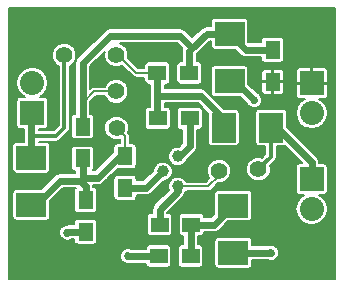
<source format=gtl>
G04 #@! TF.FileFunction,Copper,L1,Top,Signal*
%FSLAX46Y46*%
G04 Gerber Fmt 4.6, Leading zero omitted, Abs format (unit mm)*
G04 Created by KiCad (PCBNEW 4.0.1-stable) date 2/14/2016 8:13:32 PM*
%MOMM*%
G01*
G04 APERTURE LIST*
%ADD10C,0.100000*%
%ADD11R,2.500000X2.000000*%
%ADD12R,2.000000X2.500000*%
%ADD13R,2.032000X2.032000*%
%ADD14O,2.032000X2.032000*%
%ADD15C,1.397000*%
%ADD16C,1.000760*%
%ADD17R,1.300000X1.500000*%
%ADD18R,1.500000X1.300000*%
%ADD19C,0.685800*%
%ADD20C,0.152400*%
%ADD21C,0.609600*%
%ADD22C,0.304800*%
G04 APERTURE END LIST*
D10*
D11*
X140310000Y-112630000D03*
X140310000Y-108630000D03*
X157410000Y-116690000D03*
X157410000Y-112690000D03*
D12*
X160620000Y-106090000D03*
X156620000Y-106090000D03*
D11*
X157110000Y-102140000D03*
X157110000Y-98140000D03*
D13*
X140400000Y-104850000D03*
D14*
X140400000Y-102310000D03*
D13*
X164060000Y-110450000D03*
D14*
X164060000Y-112990000D03*
D13*
X164070000Y-102330000D03*
D14*
X164070000Y-104870000D03*
D15*
X147520000Y-103010000D03*
X147540000Y-106100000D03*
X147520000Y-99930000D03*
X156220000Y-109740000D03*
X159550000Y-109610000D03*
D16*
X151460000Y-109780000D03*
X152730000Y-108510000D03*
X152730000Y-111050000D03*
D17*
X144670000Y-105990000D03*
X144670000Y-108690000D03*
X144930000Y-112210000D03*
X144930000Y-114910000D03*
D18*
X153800000Y-116960000D03*
X151100000Y-116960000D03*
X153690000Y-101460000D03*
X150990000Y-101460000D03*
D17*
X160760000Y-102200000D03*
X160760000Y-99500000D03*
X148260000Y-111190000D03*
X148260000Y-108490000D03*
D18*
X151030000Y-105300000D03*
X153730000Y-105300000D03*
X151180000Y-114290000D03*
X153880000Y-114290000D03*
D15*
X143110000Y-99950000D03*
D19*
X143360000Y-114970000D03*
X160610000Y-116690000D03*
X148520000Y-116970000D03*
X159190000Y-103750000D03*
D20*
X148260000Y-108490000D02*
X148260000Y-106820000D01*
X148260000Y-106820000D02*
X147540000Y-106100000D01*
D21*
X148260000Y-108490000D02*
X147810000Y-108490000D01*
X147810000Y-108490000D02*
X145960000Y-110340000D01*
X145960000Y-110340000D02*
X144670000Y-110340000D01*
X144930000Y-112210000D02*
X144930000Y-111040000D01*
X144930000Y-111040000D02*
X144450000Y-110560000D01*
X140310000Y-112630000D02*
X140700000Y-112630000D01*
X140700000Y-112630000D02*
X142770000Y-110560000D01*
X142770000Y-110560000D02*
X144450000Y-110560000D01*
X144450000Y-110560000D02*
X144670000Y-110340000D01*
X144670000Y-110340000D02*
X144670000Y-108690000D01*
D22*
X143110000Y-99950000D02*
X143110000Y-106090000D01*
X142410000Y-106790000D02*
X140310000Y-106790000D01*
X143110000Y-106090000D02*
X142410000Y-106790000D01*
D21*
X140310000Y-108630000D02*
X140310000Y-106790000D01*
X140310000Y-106790000D02*
X140310000Y-104940000D01*
X140310000Y-104940000D02*
X140400000Y-104850000D01*
X143420000Y-114910000D02*
X143360000Y-114970000D01*
X144930000Y-114910000D02*
X143420000Y-114910000D01*
X157410000Y-116690000D02*
X160610000Y-116690000D01*
X148530000Y-116960000D02*
X148520000Y-116970000D01*
X151100000Y-116960000D02*
X148530000Y-116960000D01*
X157580000Y-102140000D02*
X159190000Y-103750000D01*
X157110000Y-102140000D02*
X157580000Y-102140000D01*
X153880000Y-114290000D02*
X155810000Y-114290000D01*
X155810000Y-114290000D02*
X157410000Y-112690000D01*
X153800000Y-116960000D02*
X153800000Y-114370000D01*
X153800000Y-114370000D02*
X153880000Y-114290000D01*
X160620000Y-106090000D02*
X161200000Y-106090000D01*
D22*
X160490000Y-106220000D02*
X160620000Y-106090000D01*
D21*
X164060000Y-109030000D02*
X164060000Y-110450000D01*
X161120000Y-106090000D02*
X164060000Y-109030000D01*
X160620000Y-106090000D02*
X161120000Y-106090000D01*
D22*
X160620000Y-108540000D02*
X159550000Y-109610000D01*
X160620000Y-106090000D02*
X160620000Y-108540000D01*
D21*
X150990000Y-103400000D02*
X154660000Y-103400000D01*
X154660000Y-103400000D02*
X156620000Y-105360000D01*
X156620000Y-105360000D02*
X156620000Y-106090000D01*
X150990000Y-101460000D02*
X150990000Y-103400000D01*
X150990000Y-103400000D02*
X150990000Y-105260000D01*
X150990000Y-105260000D02*
X151030000Y-105300000D01*
D20*
X147520000Y-99930000D02*
X147690000Y-99930000D01*
X147690000Y-99930000D02*
X149220000Y-101460000D01*
X149220000Y-101460000D02*
X150990000Y-101460000D01*
D21*
X144670000Y-105990000D02*
X144670000Y-100610000D01*
X152940000Y-98310000D02*
X153965000Y-99335000D01*
X146970000Y-98310000D02*
X152940000Y-98310000D01*
X144670000Y-100610000D02*
X146970000Y-98310000D01*
X153690000Y-101460000D02*
X153690000Y-99610000D01*
X153690000Y-99610000D02*
X153965000Y-99335000D01*
X155160000Y-98140000D02*
X157110000Y-98140000D01*
X153965000Y-99335000D02*
X155160000Y-98140000D01*
X160760000Y-99500000D02*
X158470000Y-99500000D01*
X158470000Y-99500000D02*
X157110000Y-98140000D01*
D20*
X147520000Y-103010000D02*
X145640000Y-103010000D01*
X144670000Y-103980000D02*
X144670000Y-105990000D01*
X145640000Y-103010000D02*
X144670000Y-103980000D01*
D21*
X160890000Y-102330000D02*
X160760000Y-102200000D01*
D20*
X152730000Y-111050000D02*
X155310000Y-111050000D01*
X155310000Y-111050000D02*
X156220000Y-110140000D01*
X156220000Y-110140000D02*
X156220000Y-109740000D01*
D21*
X152730000Y-111050000D02*
X152730000Y-111470000D01*
X152730000Y-111470000D02*
X151180000Y-113020000D01*
X151180000Y-113020000D02*
X151180000Y-114290000D01*
X148260000Y-111190000D02*
X150050000Y-111190000D01*
X150050000Y-111190000D02*
X151460000Y-109780000D01*
X152730000Y-108510000D02*
X152890000Y-108510000D01*
X152890000Y-108510000D02*
X153730000Y-107670000D01*
X153730000Y-107670000D02*
X153730000Y-105300000D01*
D20*
G36*
X166039800Y-118919800D02*
X138440200Y-118919800D01*
X138440200Y-117103301D01*
X147846783Y-117103301D01*
X147949041Y-117350783D01*
X148138222Y-117540294D01*
X148385525Y-117642983D01*
X148653301Y-117643217D01*
X148769994Y-117595000D01*
X150013331Y-117595000D01*
X150013331Y-117610000D01*
X150036356Y-117732365D01*
X150108673Y-117844749D01*
X150219017Y-117920144D01*
X150350000Y-117946669D01*
X151850000Y-117946669D01*
X151972365Y-117923644D01*
X152084749Y-117851327D01*
X152160144Y-117740983D01*
X152186669Y-117610000D01*
X152186669Y-116310000D01*
X152713331Y-116310000D01*
X152713331Y-117610000D01*
X152736356Y-117732365D01*
X152808673Y-117844749D01*
X152919017Y-117920144D01*
X153050000Y-117946669D01*
X154550000Y-117946669D01*
X154672365Y-117923644D01*
X154784749Y-117851327D01*
X154860144Y-117740983D01*
X154886669Y-117610000D01*
X154886669Y-116310000D01*
X154863644Y-116187635D01*
X154791327Y-116075251D01*
X154680983Y-115999856D01*
X154550000Y-115973331D01*
X154435000Y-115973331D01*
X154435000Y-115690000D01*
X155823331Y-115690000D01*
X155823331Y-117690000D01*
X155846356Y-117812365D01*
X155918673Y-117924749D01*
X156029017Y-118000144D01*
X156160000Y-118026669D01*
X158660000Y-118026669D01*
X158782365Y-118003644D01*
X158894749Y-117931327D01*
X158970144Y-117820983D01*
X158996669Y-117690000D01*
X158996669Y-117325000D01*
X160384052Y-117325000D01*
X160475525Y-117362983D01*
X160743301Y-117363217D01*
X160990783Y-117260959D01*
X161180294Y-117071778D01*
X161282983Y-116824475D01*
X161283217Y-116556699D01*
X161180959Y-116309217D01*
X160991778Y-116119706D01*
X160744475Y-116017017D01*
X160476699Y-116016783D01*
X160384207Y-116055000D01*
X158996669Y-116055000D01*
X158996669Y-115690000D01*
X158973644Y-115567635D01*
X158901327Y-115455251D01*
X158790983Y-115379856D01*
X158660000Y-115353331D01*
X156160000Y-115353331D01*
X156037635Y-115376356D01*
X155925251Y-115448673D01*
X155849856Y-115559017D01*
X155823331Y-115690000D01*
X154435000Y-115690000D01*
X154435000Y-115276669D01*
X154630000Y-115276669D01*
X154752365Y-115253644D01*
X154864749Y-115181327D01*
X154940144Y-115070983D01*
X154966669Y-114940000D01*
X154966669Y-114925000D01*
X155810000Y-114925000D01*
X156053004Y-114876664D01*
X156259013Y-114739013D01*
X156971357Y-114026669D01*
X158660000Y-114026669D01*
X158782365Y-114003644D01*
X158894749Y-113931327D01*
X158970144Y-113820983D01*
X158996669Y-113690000D01*
X158996669Y-111690000D01*
X158973644Y-111567635D01*
X158901327Y-111455251D01*
X158790983Y-111379856D01*
X158660000Y-111353331D01*
X156160000Y-111353331D01*
X156037635Y-111376356D01*
X155925251Y-111448673D01*
X155849856Y-111559017D01*
X155823331Y-111690000D01*
X155823331Y-113378643D01*
X155546974Y-113655000D01*
X154966669Y-113655000D01*
X154966669Y-113640000D01*
X154943644Y-113517635D01*
X154871327Y-113405251D01*
X154760983Y-113329856D01*
X154630000Y-113303331D01*
X153130000Y-113303331D01*
X153007635Y-113326356D01*
X152895251Y-113398673D01*
X152819856Y-113509017D01*
X152793331Y-113640000D01*
X152793331Y-114940000D01*
X152816356Y-115062365D01*
X152888673Y-115174749D01*
X152999017Y-115250144D01*
X153130000Y-115276669D01*
X153165000Y-115276669D01*
X153165000Y-115973331D01*
X153050000Y-115973331D01*
X152927635Y-115996356D01*
X152815251Y-116068673D01*
X152739856Y-116179017D01*
X152713331Y-116310000D01*
X152186669Y-116310000D01*
X152163644Y-116187635D01*
X152091327Y-116075251D01*
X151980983Y-115999856D01*
X151850000Y-115973331D01*
X150350000Y-115973331D01*
X150227635Y-115996356D01*
X150115251Y-116068673D01*
X150039856Y-116179017D01*
X150013331Y-116310000D01*
X150013331Y-116325000D01*
X148721866Y-116325000D01*
X148654475Y-116297017D01*
X148386699Y-116296783D01*
X148139217Y-116399041D01*
X147949706Y-116588222D01*
X147847017Y-116835525D01*
X147846783Y-117103301D01*
X138440200Y-117103301D01*
X138440200Y-115103301D01*
X142686783Y-115103301D01*
X142789041Y-115350783D01*
X142978222Y-115540294D01*
X143225525Y-115642983D01*
X143493301Y-115643217D01*
X143731003Y-115545000D01*
X143943331Y-115545000D01*
X143943331Y-115660000D01*
X143966356Y-115782365D01*
X144038673Y-115894749D01*
X144149017Y-115970144D01*
X144280000Y-115996669D01*
X145580000Y-115996669D01*
X145702365Y-115973644D01*
X145814749Y-115901327D01*
X145890144Y-115790983D01*
X145916669Y-115660000D01*
X145916669Y-114160000D01*
X145893644Y-114037635D01*
X145821327Y-113925251D01*
X145710983Y-113849856D01*
X145580000Y-113823331D01*
X144280000Y-113823331D01*
X144157635Y-113846356D01*
X144045251Y-113918673D01*
X143969856Y-114029017D01*
X143943331Y-114160000D01*
X143943331Y-114275000D01*
X143420000Y-114275000D01*
X143310122Y-114296856D01*
X143226699Y-114296783D01*
X142979217Y-114399041D01*
X142789706Y-114588222D01*
X142687017Y-114835525D01*
X142686783Y-115103301D01*
X138440200Y-115103301D01*
X138440200Y-111630000D01*
X138723331Y-111630000D01*
X138723331Y-113630000D01*
X138746356Y-113752365D01*
X138818673Y-113864749D01*
X138929017Y-113940144D01*
X139060000Y-113966669D01*
X141560000Y-113966669D01*
X141682365Y-113943644D01*
X141794749Y-113871327D01*
X141870144Y-113760983D01*
X141894643Y-113640000D01*
X150093331Y-113640000D01*
X150093331Y-114940000D01*
X150116356Y-115062365D01*
X150188673Y-115174749D01*
X150299017Y-115250144D01*
X150430000Y-115276669D01*
X151930000Y-115276669D01*
X152052365Y-115253644D01*
X152164749Y-115181327D01*
X152240144Y-115070983D01*
X152266669Y-114940000D01*
X152266669Y-113640000D01*
X152243644Y-113517635D01*
X152171327Y-113405251D01*
X152060983Y-113329856D01*
X151930000Y-113303331D01*
X151815000Y-113303331D01*
X151815000Y-113283026D01*
X153179013Y-111919013D01*
X153316664Y-111713004D01*
X153335291Y-111619358D01*
X153433721Y-111521100D01*
X153460587Y-111456400D01*
X155310000Y-111456400D01*
X155465523Y-111425465D01*
X155597368Y-111337368D01*
X156166083Y-110768653D01*
X156423723Y-110768878D01*
X156801950Y-110612598D01*
X157091581Y-110323472D01*
X157248521Y-109945519D01*
X157248635Y-109813723D01*
X158521122Y-109813723D01*
X158677402Y-110191950D01*
X158966528Y-110481581D01*
X159344481Y-110638521D01*
X159753723Y-110638878D01*
X160131950Y-110482598D01*
X160421581Y-110193472D01*
X160578521Y-109815519D01*
X160578878Y-109406277D01*
X160537168Y-109305331D01*
X160961247Y-108881252D01*
X160961250Y-108881250D01*
X161065864Y-108724683D01*
X161102601Y-108540000D01*
X161102600Y-108539995D01*
X161102600Y-107676669D01*
X161620000Y-107676669D01*
X161742365Y-107653644D01*
X161768683Y-107636709D01*
X163229305Y-109097331D01*
X163044000Y-109097331D01*
X162921635Y-109120356D01*
X162809251Y-109192673D01*
X162733856Y-109303017D01*
X162707331Y-109434000D01*
X162707331Y-111466000D01*
X162730356Y-111588365D01*
X162802673Y-111700749D01*
X162913017Y-111776144D01*
X163044000Y-111802669D01*
X163434056Y-111802669D01*
X163081719Y-112038093D01*
X162789899Y-112474832D01*
X162687426Y-112990000D01*
X162789899Y-113505168D01*
X163081719Y-113941907D01*
X163518458Y-114233727D01*
X164033626Y-114336200D01*
X164086374Y-114336200D01*
X164601542Y-114233727D01*
X165038281Y-113941907D01*
X165330101Y-113505168D01*
X165432574Y-112990000D01*
X165330101Y-112474832D01*
X165038281Y-112038093D01*
X164685944Y-111802669D01*
X165076000Y-111802669D01*
X165198365Y-111779644D01*
X165310749Y-111707327D01*
X165386144Y-111596983D01*
X165412669Y-111466000D01*
X165412669Y-109434000D01*
X165389644Y-109311635D01*
X165317327Y-109199251D01*
X165206983Y-109123856D01*
X165076000Y-109097331D01*
X164695000Y-109097331D01*
X164695000Y-109030000D01*
X164646664Y-108786996D01*
X164509013Y-108580987D01*
X161956669Y-106028643D01*
X161956669Y-104870000D01*
X162697426Y-104870000D01*
X162799899Y-105385168D01*
X163091719Y-105821907D01*
X163528458Y-106113727D01*
X164043626Y-106216200D01*
X164096374Y-106216200D01*
X164611542Y-106113727D01*
X165048281Y-105821907D01*
X165340101Y-105385168D01*
X165442574Y-104870000D01*
X165340101Y-104354832D01*
X165048281Y-103918093D01*
X164686263Y-103676200D01*
X165151681Y-103676200D01*
X165273043Y-103625930D01*
X165365930Y-103533043D01*
X165416200Y-103411681D01*
X165416200Y-102463350D01*
X165333650Y-102380800D01*
X164120800Y-102380800D01*
X164120800Y-102400800D01*
X164019200Y-102400800D01*
X164019200Y-102380800D01*
X162806350Y-102380800D01*
X162723800Y-102463350D01*
X162723800Y-103411681D01*
X162774070Y-103533043D01*
X162866957Y-103625930D01*
X162988319Y-103676200D01*
X163453737Y-103676200D01*
X163091719Y-103918093D01*
X162799899Y-104354832D01*
X162697426Y-104870000D01*
X161956669Y-104870000D01*
X161956669Y-104840000D01*
X161933644Y-104717635D01*
X161861327Y-104605251D01*
X161750983Y-104529856D01*
X161620000Y-104503331D01*
X159620000Y-104503331D01*
X159497635Y-104526356D01*
X159385251Y-104598673D01*
X159309856Y-104709017D01*
X159283331Y-104840000D01*
X159283331Y-107340000D01*
X159306356Y-107462365D01*
X159378673Y-107574749D01*
X159489017Y-107650144D01*
X159620000Y-107676669D01*
X160137400Y-107676669D01*
X160137400Y-108340101D01*
X159854798Y-108622703D01*
X159755519Y-108581479D01*
X159346277Y-108581122D01*
X158968050Y-108737402D01*
X158678419Y-109026528D01*
X158521479Y-109404481D01*
X158521122Y-109813723D01*
X157248635Y-109813723D01*
X157248878Y-109536277D01*
X157092598Y-109158050D01*
X156803472Y-108868419D01*
X156425519Y-108711479D01*
X156016277Y-108711122D01*
X155638050Y-108867402D01*
X155348419Y-109156528D01*
X155191479Y-109534481D01*
X155191122Y-109943723D01*
X155347402Y-110321950D01*
X155405307Y-110379957D01*
X155141664Y-110643600D01*
X153460768Y-110643600D01*
X153434542Y-110580129D01*
X153201100Y-110346279D01*
X152895937Y-110219565D01*
X152565512Y-110219276D01*
X152260129Y-110345458D01*
X152026279Y-110578900D01*
X151899565Y-110884063D01*
X151899276Y-111214488D01*
X151954305Y-111347669D01*
X150730987Y-112570987D01*
X150593336Y-112776996D01*
X150545000Y-113020000D01*
X150545000Y-113303331D01*
X150430000Y-113303331D01*
X150307635Y-113326356D01*
X150195251Y-113398673D01*
X150119856Y-113509017D01*
X150093331Y-113640000D01*
X141894643Y-113640000D01*
X141896669Y-113630000D01*
X141896669Y-112331357D01*
X143033026Y-111195000D01*
X144082040Y-111195000D01*
X144045251Y-111218673D01*
X143969856Y-111329017D01*
X143943331Y-111460000D01*
X143943331Y-112960000D01*
X143966356Y-113082365D01*
X144038673Y-113194749D01*
X144149017Y-113270144D01*
X144280000Y-113296669D01*
X145580000Y-113296669D01*
X145702365Y-113273644D01*
X145814749Y-113201327D01*
X145890144Y-113090983D01*
X145916669Y-112960000D01*
X145916669Y-111460000D01*
X145893644Y-111337635D01*
X145821327Y-111225251D01*
X145710983Y-111149856D01*
X145580000Y-111123331D01*
X145565000Y-111123331D01*
X145565000Y-111040005D01*
X145565001Y-111040000D01*
X145552072Y-110975000D01*
X145960000Y-110975000D01*
X146203004Y-110926664D01*
X146409013Y-110789013D01*
X146758026Y-110440000D01*
X147273331Y-110440000D01*
X147273331Y-111940000D01*
X147296356Y-112062365D01*
X147368673Y-112174749D01*
X147479017Y-112250144D01*
X147610000Y-112276669D01*
X148910000Y-112276669D01*
X149032365Y-112253644D01*
X149144749Y-112181327D01*
X149220144Y-112070983D01*
X149246669Y-111940000D01*
X149246669Y-111825000D01*
X150050000Y-111825000D01*
X150293004Y-111776664D01*
X150499013Y-111639013D01*
X151527387Y-110610639D01*
X151624488Y-110610724D01*
X151929871Y-110484542D01*
X152163721Y-110251100D01*
X152290435Y-109945937D01*
X152290724Y-109615512D01*
X152164542Y-109310129D01*
X151931100Y-109076279D01*
X151625937Y-108949565D01*
X151295512Y-108949276D01*
X150990129Y-109075458D01*
X150756279Y-109308900D01*
X150629565Y-109614063D01*
X150629479Y-109712495D01*
X149786974Y-110555000D01*
X149246669Y-110555000D01*
X149246669Y-110440000D01*
X149223644Y-110317635D01*
X149151327Y-110205251D01*
X149040983Y-110129856D01*
X148910000Y-110103331D01*
X147610000Y-110103331D01*
X147487635Y-110126356D01*
X147375251Y-110198673D01*
X147299856Y-110309017D01*
X147273331Y-110440000D01*
X146758026Y-110440000D01*
X147621357Y-109576669D01*
X148910000Y-109576669D01*
X149032365Y-109553644D01*
X149144749Y-109481327D01*
X149220144Y-109370983D01*
X149246669Y-109240000D01*
X149246669Y-108674488D01*
X151899276Y-108674488D01*
X152025458Y-108979871D01*
X152258900Y-109213721D01*
X152564063Y-109340435D01*
X152894488Y-109340724D01*
X153199871Y-109214542D01*
X153433721Y-108981100D01*
X153516655Y-108781371D01*
X154179013Y-108119013D01*
X154316664Y-107913005D01*
X154365000Y-107670000D01*
X154365000Y-106286669D01*
X154480000Y-106286669D01*
X154602365Y-106263644D01*
X154714749Y-106191327D01*
X154790144Y-106080983D01*
X154816669Y-105950000D01*
X154816669Y-104650000D01*
X154793644Y-104527635D01*
X154721327Y-104415251D01*
X154610983Y-104339856D01*
X154480000Y-104313331D01*
X152980000Y-104313331D01*
X152857635Y-104336356D01*
X152745251Y-104408673D01*
X152669856Y-104519017D01*
X152643331Y-104650000D01*
X152643331Y-105950000D01*
X152666356Y-106072365D01*
X152738673Y-106184749D01*
X152849017Y-106260144D01*
X152980000Y-106286669D01*
X153095000Y-106286669D01*
X153095000Y-107406974D01*
X152822473Y-107679501D01*
X152565512Y-107679276D01*
X152260129Y-107805458D01*
X152026279Y-108038900D01*
X151899565Y-108344063D01*
X151899276Y-108674488D01*
X149246669Y-108674488D01*
X149246669Y-107740000D01*
X149223644Y-107617635D01*
X149151327Y-107505251D01*
X149040983Y-107429856D01*
X148910000Y-107403331D01*
X148666400Y-107403331D01*
X148666400Y-106820000D01*
X148635465Y-106664477D01*
X148547368Y-106532632D01*
X148495679Y-106480943D01*
X148568521Y-106305519D01*
X148568878Y-105896277D01*
X148412598Y-105518050D01*
X148123472Y-105228419D01*
X147745519Y-105071479D01*
X147336277Y-105071122D01*
X146958050Y-105227402D01*
X146668419Y-105516528D01*
X146511479Y-105894481D01*
X146511122Y-106303723D01*
X146667402Y-106681950D01*
X146956528Y-106971581D01*
X147334481Y-107128521D01*
X147743723Y-107128878D01*
X147853600Y-107083478D01*
X147853600Y-107403331D01*
X147610000Y-107403331D01*
X147487635Y-107426356D01*
X147375251Y-107498673D01*
X147299856Y-107609017D01*
X147273331Y-107740000D01*
X147273331Y-108128643D01*
X145696974Y-109705000D01*
X145517960Y-109705000D01*
X145554749Y-109681327D01*
X145630144Y-109570983D01*
X145656669Y-109440000D01*
X145656669Y-107940000D01*
X145633644Y-107817635D01*
X145561327Y-107705251D01*
X145450983Y-107629856D01*
X145320000Y-107603331D01*
X144020000Y-107603331D01*
X143897635Y-107626356D01*
X143785251Y-107698673D01*
X143709856Y-107809017D01*
X143683331Y-107940000D01*
X143683331Y-109440000D01*
X143706356Y-109562365D01*
X143778673Y-109674749D01*
X143889017Y-109750144D01*
X144020000Y-109776669D01*
X144035000Y-109776669D01*
X144035000Y-109925000D01*
X142770000Y-109925000D01*
X142526996Y-109973336D01*
X142320987Y-110110987D01*
X141138643Y-111293331D01*
X139060000Y-111293331D01*
X138937635Y-111316356D01*
X138825251Y-111388673D01*
X138749856Y-111499017D01*
X138723331Y-111630000D01*
X138440200Y-111630000D01*
X138440200Y-107630000D01*
X138723331Y-107630000D01*
X138723331Y-109630000D01*
X138746356Y-109752365D01*
X138818673Y-109864749D01*
X138929017Y-109940144D01*
X139060000Y-109966669D01*
X141560000Y-109966669D01*
X141682365Y-109943644D01*
X141794749Y-109871327D01*
X141870144Y-109760983D01*
X141896669Y-109630000D01*
X141896669Y-107630000D01*
X141873644Y-107507635D01*
X141801327Y-107395251D01*
X141690983Y-107319856D01*
X141560000Y-107293331D01*
X140945000Y-107293331D01*
X140945000Y-107272600D01*
X142410000Y-107272600D01*
X142594683Y-107235864D01*
X142751250Y-107131250D01*
X143451247Y-106431252D01*
X143451250Y-106431250D01*
X143555864Y-106274683D01*
X143592600Y-106090000D01*
X143592600Y-105240000D01*
X143683331Y-105240000D01*
X143683331Y-106740000D01*
X143706356Y-106862365D01*
X143778673Y-106974749D01*
X143889017Y-107050144D01*
X144020000Y-107076669D01*
X145320000Y-107076669D01*
X145442365Y-107053644D01*
X145554749Y-106981327D01*
X145630144Y-106870983D01*
X145656669Y-106740000D01*
X145656669Y-105240000D01*
X145633644Y-105117635D01*
X145561327Y-105005251D01*
X145450983Y-104929856D01*
X145320000Y-104903331D01*
X145305000Y-104903331D01*
X145305000Y-103919736D01*
X145808336Y-103416400D01*
X146574866Y-103416400D01*
X146647402Y-103591950D01*
X146936528Y-103881581D01*
X147314481Y-104038521D01*
X147723723Y-104038878D01*
X148101950Y-103882598D01*
X148391581Y-103593472D01*
X148548521Y-103215519D01*
X148548878Y-102806277D01*
X148392598Y-102428050D01*
X148103472Y-102138419D01*
X147725519Y-101981479D01*
X147316277Y-101981122D01*
X146938050Y-102137402D01*
X146648419Y-102426528D01*
X146574892Y-102603600D01*
X145640000Y-102603600D01*
X145484477Y-102634535D01*
X145352632Y-102722632D01*
X145305000Y-102770264D01*
X145305000Y-100873026D01*
X146518416Y-99659610D01*
X146491479Y-99724481D01*
X146491122Y-100133723D01*
X146647402Y-100511950D01*
X146936528Y-100801581D01*
X147314481Y-100958521D01*
X147723723Y-100958878D01*
X148021219Y-100835955D01*
X148932632Y-101747368D01*
X149064477Y-101835465D01*
X149220000Y-101866400D01*
X149903331Y-101866400D01*
X149903331Y-102110000D01*
X149926356Y-102232365D01*
X149998673Y-102344749D01*
X150109017Y-102420144D01*
X150240000Y-102446669D01*
X150355000Y-102446669D01*
X150355000Y-104313331D01*
X150280000Y-104313331D01*
X150157635Y-104336356D01*
X150045251Y-104408673D01*
X149969856Y-104519017D01*
X149943331Y-104650000D01*
X149943331Y-105950000D01*
X149966356Y-106072365D01*
X150038673Y-106184749D01*
X150149017Y-106260144D01*
X150280000Y-106286669D01*
X151780000Y-106286669D01*
X151902365Y-106263644D01*
X152014749Y-106191327D01*
X152090144Y-106080983D01*
X152116669Y-105950000D01*
X152116669Y-104650000D01*
X152093644Y-104527635D01*
X152021327Y-104415251D01*
X151910983Y-104339856D01*
X151780000Y-104313331D01*
X151625000Y-104313331D01*
X151625000Y-104035000D01*
X154396974Y-104035000D01*
X155283331Y-104921357D01*
X155283331Y-107340000D01*
X155306356Y-107462365D01*
X155378673Y-107574749D01*
X155489017Y-107650144D01*
X155620000Y-107676669D01*
X157620000Y-107676669D01*
X157742365Y-107653644D01*
X157854749Y-107581327D01*
X157930144Y-107470983D01*
X157956669Y-107340000D01*
X157956669Y-104840000D01*
X157933644Y-104717635D01*
X157861327Y-104605251D01*
X157750983Y-104529856D01*
X157620000Y-104503331D01*
X156661357Y-104503331D01*
X155109013Y-102950987D01*
X154903004Y-102813336D01*
X154660000Y-102765000D01*
X151625000Y-102765000D01*
X151625000Y-102446669D01*
X151740000Y-102446669D01*
X151862365Y-102423644D01*
X151974749Y-102351327D01*
X152050144Y-102240983D01*
X152076669Y-102110000D01*
X152076669Y-100810000D01*
X152053644Y-100687635D01*
X151981327Y-100575251D01*
X151870983Y-100499856D01*
X151740000Y-100473331D01*
X150240000Y-100473331D01*
X150117635Y-100496356D01*
X150005251Y-100568673D01*
X149929856Y-100679017D01*
X149903331Y-100810000D01*
X149903331Y-101053600D01*
X149388336Y-101053600D01*
X148525557Y-100190821D01*
X148548521Y-100135519D01*
X148548878Y-99726277D01*
X148392598Y-99348050D01*
X148103472Y-99058419D01*
X147830329Y-98945000D01*
X152676974Y-98945000D01*
X153102612Y-99370638D01*
X153055000Y-99610000D01*
X153055000Y-100473331D01*
X152940000Y-100473331D01*
X152817635Y-100496356D01*
X152705251Y-100568673D01*
X152629856Y-100679017D01*
X152603331Y-100810000D01*
X152603331Y-102110000D01*
X152626356Y-102232365D01*
X152698673Y-102344749D01*
X152809017Y-102420144D01*
X152940000Y-102446669D01*
X154440000Y-102446669D01*
X154562365Y-102423644D01*
X154674749Y-102351327D01*
X154750144Y-102240983D01*
X154776669Y-102110000D01*
X154776669Y-101140000D01*
X155523331Y-101140000D01*
X155523331Y-103140000D01*
X155546356Y-103262365D01*
X155618673Y-103374749D01*
X155729017Y-103450144D01*
X155860000Y-103476669D01*
X158018643Y-103476669D01*
X158581217Y-104039243D01*
X158619041Y-104130783D01*
X158808222Y-104320294D01*
X159055525Y-104422983D01*
X159323301Y-104423217D01*
X159570783Y-104320959D01*
X159760294Y-104131778D01*
X159862983Y-103884475D01*
X159863217Y-103616699D01*
X159760959Y-103369217D01*
X159571778Y-103179706D01*
X159479354Y-103141328D01*
X158696669Y-102358643D01*
X158696669Y-102333350D01*
X159779800Y-102333350D01*
X159779800Y-103015681D01*
X159830070Y-103137043D01*
X159922957Y-103229930D01*
X160044319Y-103280200D01*
X160626650Y-103280200D01*
X160709200Y-103197650D01*
X160709200Y-102250800D01*
X160810800Y-102250800D01*
X160810800Y-103197650D01*
X160893350Y-103280200D01*
X161475681Y-103280200D01*
X161597043Y-103229930D01*
X161689930Y-103137043D01*
X161740200Y-103015681D01*
X161740200Y-102333350D01*
X161657650Y-102250800D01*
X160810800Y-102250800D01*
X160709200Y-102250800D01*
X159862350Y-102250800D01*
X159779800Y-102333350D01*
X158696669Y-102333350D01*
X158696669Y-101384319D01*
X159779800Y-101384319D01*
X159779800Y-102066650D01*
X159862350Y-102149200D01*
X160709200Y-102149200D01*
X160709200Y-101202350D01*
X160810800Y-101202350D01*
X160810800Y-102149200D01*
X161657650Y-102149200D01*
X161740200Y-102066650D01*
X161740200Y-101384319D01*
X161689930Y-101262957D01*
X161675292Y-101248319D01*
X162723800Y-101248319D01*
X162723800Y-102196650D01*
X162806350Y-102279200D01*
X164019200Y-102279200D01*
X164019200Y-101066350D01*
X164120800Y-101066350D01*
X164120800Y-102279200D01*
X165333650Y-102279200D01*
X165416200Y-102196650D01*
X165416200Y-101248319D01*
X165365930Y-101126957D01*
X165273043Y-101034070D01*
X165151681Y-100983800D01*
X164203350Y-100983800D01*
X164120800Y-101066350D01*
X164019200Y-101066350D01*
X163936650Y-100983800D01*
X162988319Y-100983800D01*
X162866957Y-101034070D01*
X162774070Y-101126957D01*
X162723800Y-101248319D01*
X161675292Y-101248319D01*
X161597043Y-101170070D01*
X161475681Y-101119800D01*
X160893350Y-101119800D01*
X160810800Y-101202350D01*
X160709200Y-101202350D01*
X160626650Y-101119800D01*
X160044319Y-101119800D01*
X159922957Y-101170070D01*
X159830070Y-101262957D01*
X159779800Y-101384319D01*
X158696669Y-101384319D01*
X158696669Y-101140000D01*
X158673644Y-101017635D01*
X158601327Y-100905251D01*
X158490983Y-100829856D01*
X158360000Y-100803331D01*
X155860000Y-100803331D01*
X155737635Y-100826356D01*
X155625251Y-100898673D01*
X155549856Y-101009017D01*
X155523331Y-101140000D01*
X154776669Y-101140000D01*
X154776669Y-100810000D01*
X154753644Y-100687635D01*
X154681327Y-100575251D01*
X154570983Y-100499856D01*
X154440000Y-100473331D01*
X154325000Y-100473331D01*
X154325000Y-99873026D01*
X155423026Y-98775000D01*
X155523331Y-98775000D01*
X155523331Y-99140000D01*
X155546356Y-99262365D01*
X155618673Y-99374749D01*
X155729017Y-99450144D01*
X155860000Y-99476669D01*
X157548644Y-99476669D01*
X158020985Y-99949010D01*
X158020987Y-99949013D01*
X158132219Y-100023336D01*
X158226995Y-100086664D01*
X158470000Y-100135000D01*
X159773331Y-100135000D01*
X159773331Y-100250000D01*
X159796356Y-100372365D01*
X159868673Y-100484749D01*
X159979017Y-100560144D01*
X160110000Y-100586669D01*
X161410000Y-100586669D01*
X161532365Y-100563644D01*
X161644749Y-100491327D01*
X161720144Y-100380983D01*
X161746669Y-100250000D01*
X161746669Y-98750000D01*
X161723644Y-98627635D01*
X161651327Y-98515251D01*
X161540983Y-98439856D01*
X161410000Y-98413331D01*
X160110000Y-98413331D01*
X159987635Y-98436356D01*
X159875251Y-98508673D01*
X159799856Y-98619017D01*
X159773331Y-98750000D01*
X159773331Y-98865000D01*
X158733025Y-98865000D01*
X158696669Y-98828644D01*
X158696669Y-97140000D01*
X158673644Y-97017635D01*
X158601327Y-96905251D01*
X158490983Y-96829856D01*
X158360000Y-96803331D01*
X155860000Y-96803331D01*
X155737635Y-96826356D01*
X155625251Y-96898673D01*
X155549856Y-97009017D01*
X155523331Y-97140000D01*
X155523331Y-97505000D01*
X155160000Y-97505000D01*
X154916996Y-97553336D01*
X154710987Y-97690987D01*
X153965000Y-98436974D01*
X153389013Y-97860987D01*
X153183004Y-97723336D01*
X152940000Y-97675000D01*
X146970000Y-97675000D01*
X146726996Y-97723336D01*
X146520987Y-97860987D01*
X144220987Y-100160987D01*
X144083336Y-100366996D01*
X144035000Y-100610000D01*
X144035000Y-104903331D01*
X144020000Y-104903331D01*
X143897635Y-104926356D01*
X143785251Y-104998673D01*
X143709856Y-105109017D01*
X143683331Y-105240000D01*
X143592600Y-105240000D01*
X143592600Y-100863649D01*
X143691950Y-100822598D01*
X143981581Y-100533472D01*
X144138521Y-100155519D01*
X144138878Y-99746277D01*
X143982598Y-99368050D01*
X143693472Y-99078419D01*
X143315519Y-98921479D01*
X142906277Y-98921122D01*
X142528050Y-99077402D01*
X142238419Y-99366528D01*
X142081479Y-99744481D01*
X142081122Y-100153723D01*
X142237402Y-100531950D01*
X142526528Y-100821581D01*
X142627400Y-100863467D01*
X142627400Y-105890101D01*
X142210100Y-106307400D01*
X140945000Y-106307400D01*
X140945000Y-106202669D01*
X141416000Y-106202669D01*
X141538365Y-106179644D01*
X141650749Y-106107327D01*
X141726144Y-105996983D01*
X141752669Y-105866000D01*
X141752669Y-103834000D01*
X141729644Y-103711635D01*
X141657327Y-103599251D01*
X141546983Y-103523856D01*
X141416000Y-103497331D01*
X141025944Y-103497331D01*
X141378281Y-103261907D01*
X141670101Y-102825168D01*
X141772574Y-102310000D01*
X141670101Y-101794832D01*
X141378281Y-101358093D01*
X140941542Y-101066273D01*
X140426374Y-100963800D01*
X140373626Y-100963800D01*
X139858458Y-101066273D01*
X139421719Y-101358093D01*
X139129899Y-101794832D01*
X139027426Y-102310000D01*
X139129899Y-102825168D01*
X139421719Y-103261907D01*
X139774056Y-103497331D01*
X139384000Y-103497331D01*
X139261635Y-103520356D01*
X139149251Y-103592673D01*
X139073856Y-103703017D01*
X139047331Y-103834000D01*
X139047331Y-105866000D01*
X139070356Y-105988365D01*
X139142673Y-106100749D01*
X139253017Y-106176144D01*
X139384000Y-106202669D01*
X139675000Y-106202669D01*
X139675000Y-107293331D01*
X139060000Y-107293331D01*
X138937635Y-107316356D01*
X138825251Y-107388673D01*
X138749856Y-107499017D01*
X138723331Y-107630000D01*
X138440200Y-107630000D01*
X138440200Y-95950200D01*
X166039800Y-95950200D01*
X166039800Y-118919800D01*
X166039800Y-118919800D01*
G37*
X166039800Y-118919800D02*
X138440200Y-118919800D01*
X138440200Y-117103301D01*
X147846783Y-117103301D01*
X147949041Y-117350783D01*
X148138222Y-117540294D01*
X148385525Y-117642983D01*
X148653301Y-117643217D01*
X148769994Y-117595000D01*
X150013331Y-117595000D01*
X150013331Y-117610000D01*
X150036356Y-117732365D01*
X150108673Y-117844749D01*
X150219017Y-117920144D01*
X150350000Y-117946669D01*
X151850000Y-117946669D01*
X151972365Y-117923644D01*
X152084749Y-117851327D01*
X152160144Y-117740983D01*
X152186669Y-117610000D01*
X152186669Y-116310000D01*
X152713331Y-116310000D01*
X152713331Y-117610000D01*
X152736356Y-117732365D01*
X152808673Y-117844749D01*
X152919017Y-117920144D01*
X153050000Y-117946669D01*
X154550000Y-117946669D01*
X154672365Y-117923644D01*
X154784749Y-117851327D01*
X154860144Y-117740983D01*
X154886669Y-117610000D01*
X154886669Y-116310000D01*
X154863644Y-116187635D01*
X154791327Y-116075251D01*
X154680983Y-115999856D01*
X154550000Y-115973331D01*
X154435000Y-115973331D01*
X154435000Y-115690000D01*
X155823331Y-115690000D01*
X155823331Y-117690000D01*
X155846356Y-117812365D01*
X155918673Y-117924749D01*
X156029017Y-118000144D01*
X156160000Y-118026669D01*
X158660000Y-118026669D01*
X158782365Y-118003644D01*
X158894749Y-117931327D01*
X158970144Y-117820983D01*
X158996669Y-117690000D01*
X158996669Y-117325000D01*
X160384052Y-117325000D01*
X160475525Y-117362983D01*
X160743301Y-117363217D01*
X160990783Y-117260959D01*
X161180294Y-117071778D01*
X161282983Y-116824475D01*
X161283217Y-116556699D01*
X161180959Y-116309217D01*
X160991778Y-116119706D01*
X160744475Y-116017017D01*
X160476699Y-116016783D01*
X160384207Y-116055000D01*
X158996669Y-116055000D01*
X158996669Y-115690000D01*
X158973644Y-115567635D01*
X158901327Y-115455251D01*
X158790983Y-115379856D01*
X158660000Y-115353331D01*
X156160000Y-115353331D01*
X156037635Y-115376356D01*
X155925251Y-115448673D01*
X155849856Y-115559017D01*
X155823331Y-115690000D01*
X154435000Y-115690000D01*
X154435000Y-115276669D01*
X154630000Y-115276669D01*
X154752365Y-115253644D01*
X154864749Y-115181327D01*
X154940144Y-115070983D01*
X154966669Y-114940000D01*
X154966669Y-114925000D01*
X155810000Y-114925000D01*
X156053004Y-114876664D01*
X156259013Y-114739013D01*
X156971357Y-114026669D01*
X158660000Y-114026669D01*
X158782365Y-114003644D01*
X158894749Y-113931327D01*
X158970144Y-113820983D01*
X158996669Y-113690000D01*
X158996669Y-111690000D01*
X158973644Y-111567635D01*
X158901327Y-111455251D01*
X158790983Y-111379856D01*
X158660000Y-111353331D01*
X156160000Y-111353331D01*
X156037635Y-111376356D01*
X155925251Y-111448673D01*
X155849856Y-111559017D01*
X155823331Y-111690000D01*
X155823331Y-113378643D01*
X155546974Y-113655000D01*
X154966669Y-113655000D01*
X154966669Y-113640000D01*
X154943644Y-113517635D01*
X154871327Y-113405251D01*
X154760983Y-113329856D01*
X154630000Y-113303331D01*
X153130000Y-113303331D01*
X153007635Y-113326356D01*
X152895251Y-113398673D01*
X152819856Y-113509017D01*
X152793331Y-113640000D01*
X152793331Y-114940000D01*
X152816356Y-115062365D01*
X152888673Y-115174749D01*
X152999017Y-115250144D01*
X153130000Y-115276669D01*
X153165000Y-115276669D01*
X153165000Y-115973331D01*
X153050000Y-115973331D01*
X152927635Y-115996356D01*
X152815251Y-116068673D01*
X152739856Y-116179017D01*
X152713331Y-116310000D01*
X152186669Y-116310000D01*
X152163644Y-116187635D01*
X152091327Y-116075251D01*
X151980983Y-115999856D01*
X151850000Y-115973331D01*
X150350000Y-115973331D01*
X150227635Y-115996356D01*
X150115251Y-116068673D01*
X150039856Y-116179017D01*
X150013331Y-116310000D01*
X150013331Y-116325000D01*
X148721866Y-116325000D01*
X148654475Y-116297017D01*
X148386699Y-116296783D01*
X148139217Y-116399041D01*
X147949706Y-116588222D01*
X147847017Y-116835525D01*
X147846783Y-117103301D01*
X138440200Y-117103301D01*
X138440200Y-115103301D01*
X142686783Y-115103301D01*
X142789041Y-115350783D01*
X142978222Y-115540294D01*
X143225525Y-115642983D01*
X143493301Y-115643217D01*
X143731003Y-115545000D01*
X143943331Y-115545000D01*
X143943331Y-115660000D01*
X143966356Y-115782365D01*
X144038673Y-115894749D01*
X144149017Y-115970144D01*
X144280000Y-115996669D01*
X145580000Y-115996669D01*
X145702365Y-115973644D01*
X145814749Y-115901327D01*
X145890144Y-115790983D01*
X145916669Y-115660000D01*
X145916669Y-114160000D01*
X145893644Y-114037635D01*
X145821327Y-113925251D01*
X145710983Y-113849856D01*
X145580000Y-113823331D01*
X144280000Y-113823331D01*
X144157635Y-113846356D01*
X144045251Y-113918673D01*
X143969856Y-114029017D01*
X143943331Y-114160000D01*
X143943331Y-114275000D01*
X143420000Y-114275000D01*
X143310122Y-114296856D01*
X143226699Y-114296783D01*
X142979217Y-114399041D01*
X142789706Y-114588222D01*
X142687017Y-114835525D01*
X142686783Y-115103301D01*
X138440200Y-115103301D01*
X138440200Y-111630000D01*
X138723331Y-111630000D01*
X138723331Y-113630000D01*
X138746356Y-113752365D01*
X138818673Y-113864749D01*
X138929017Y-113940144D01*
X139060000Y-113966669D01*
X141560000Y-113966669D01*
X141682365Y-113943644D01*
X141794749Y-113871327D01*
X141870144Y-113760983D01*
X141894643Y-113640000D01*
X150093331Y-113640000D01*
X150093331Y-114940000D01*
X150116356Y-115062365D01*
X150188673Y-115174749D01*
X150299017Y-115250144D01*
X150430000Y-115276669D01*
X151930000Y-115276669D01*
X152052365Y-115253644D01*
X152164749Y-115181327D01*
X152240144Y-115070983D01*
X152266669Y-114940000D01*
X152266669Y-113640000D01*
X152243644Y-113517635D01*
X152171327Y-113405251D01*
X152060983Y-113329856D01*
X151930000Y-113303331D01*
X151815000Y-113303331D01*
X151815000Y-113283026D01*
X153179013Y-111919013D01*
X153316664Y-111713004D01*
X153335291Y-111619358D01*
X153433721Y-111521100D01*
X153460587Y-111456400D01*
X155310000Y-111456400D01*
X155465523Y-111425465D01*
X155597368Y-111337368D01*
X156166083Y-110768653D01*
X156423723Y-110768878D01*
X156801950Y-110612598D01*
X157091581Y-110323472D01*
X157248521Y-109945519D01*
X157248635Y-109813723D01*
X158521122Y-109813723D01*
X158677402Y-110191950D01*
X158966528Y-110481581D01*
X159344481Y-110638521D01*
X159753723Y-110638878D01*
X160131950Y-110482598D01*
X160421581Y-110193472D01*
X160578521Y-109815519D01*
X160578878Y-109406277D01*
X160537168Y-109305331D01*
X160961247Y-108881252D01*
X160961250Y-108881250D01*
X161065864Y-108724683D01*
X161102601Y-108540000D01*
X161102600Y-108539995D01*
X161102600Y-107676669D01*
X161620000Y-107676669D01*
X161742365Y-107653644D01*
X161768683Y-107636709D01*
X163229305Y-109097331D01*
X163044000Y-109097331D01*
X162921635Y-109120356D01*
X162809251Y-109192673D01*
X162733856Y-109303017D01*
X162707331Y-109434000D01*
X162707331Y-111466000D01*
X162730356Y-111588365D01*
X162802673Y-111700749D01*
X162913017Y-111776144D01*
X163044000Y-111802669D01*
X163434056Y-111802669D01*
X163081719Y-112038093D01*
X162789899Y-112474832D01*
X162687426Y-112990000D01*
X162789899Y-113505168D01*
X163081719Y-113941907D01*
X163518458Y-114233727D01*
X164033626Y-114336200D01*
X164086374Y-114336200D01*
X164601542Y-114233727D01*
X165038281Y-113941907D01*
X165330101Y-113505168D01*
X165432574Y-112990000D01*
X165330101Y-112474832D01*
X165038281Y-112038093D01*
X164685944Y-111802669D01*
X165076000Y-111802669D01*
X165198365Y-111779644D01*
X165310749Y-111707327D01*
X165386144Y-111596983D01*
X165412669Y-111466000D01*
X165412669Y-109434000D01*
X165389644Y-109311635D01*
X165317327Y-109199251D01*
X165206983Y-109123856D01*
X165076000Y-109097331D01*
X164695000Y-109097331D01*
X164695000Y-109030000D01*
X164646664Y-108786996D01*
X164509013Y-108580987D01*
X161956669Y-106028643D01*
X161956669Y-104870000D01*
X162697426Y-104870000D01*
X162799899Y-105385168D01*
X163091719Y-105821907D01*
X163528458Y-106113727D01*
X164043626Y-106216200D01*
X164096374Y-106216200D01*
X164611542Y-106113727D01*
X165048281Y-105821907D01*
X165340101Y-105385168D01*
X165442574Y-104870000D01*
X165340101Y-104354832D01*
X165048281Y-103918093D01*
X164686263Y-103676200D01*
X165151681Y-103676200D01*
X165273043Y-103625930D01*
X165365930Y-103533043D01*
X165416200Y-103411681D01*
X165416200Y-102463350D01*
X165333650Y-102380800D01*
X164120800Y-102380800D01*
X164120800Y-102400800D01*
X164019200Y-102400800D01*
X164019200Y-102380800D01*
X162806350Y-102380800D01*
X162723800Y-102463350D01*
X162723800Y-103411681D01*
X162774070Y-103533043D01*
X162866957Y-103625930D01*
X162988319Y-103676200D01*
X163453737Y-103676200D01*
X163091719Y-103918093D01*
X162799899Y-104354832D01*
X162697426Y-104870000D01*
X161956669Y-104870000D01*
X161956669Y-104840000D01*
X161933644Y-104717635D01*
X161861327Y-104605251D01*
X161750983Y-104529856D01*
X161620000Y-104503331D01*
X159620000Y-104503331D01*
X159497635Y-104526356D01*
X159385251Y-104598673D01*
X159309856Y-104709017D01*
X159283331Y-104840000D01*
X159283331Y-107340000D01*
X159306356Y-107462365D01*
X159378673Y-107574749D01*
X159489017Y-107650144D01*
X159620000Y-107676669D01*
X160137400Y-107676669D01*
X160137400Y-108340101D01*
X159854798Y-108622703D01*
X159755519Y-108581479D01*
X159346277Y-108581122D01*
X158968050Y-108737402D01*
X158678419Y-109026528D01*
X158521479Y-109404481D01*
X158521122Y-109813723D01*
X157248635Y-109813723D01*
X157248878Y-109536277D01*
X157092598Y-109158050D01*
X156803472Y-108868419D01*
X156425519Y-108711479D01*
X156016277Y-108711122D01*
X155638050Y-108867402D01*
X155348419Y-109156528D01*
X155191479Y-109534481D01*
X155191122Y-109943723D01*
X155347402Y-110321950D01*
X155405307Y-110379957D01*
X155141664Y-110643600D01*
X153460768Y-110643600D01*
X153434542Y-110580129D01*
X153201100Y-110346279D01*
X152895937Y-110219565D01*
X152565512Y-110219276D01*
X152260129Y-110345458D01*
X152026279Y-110578900D01*
X151899565Y-110884063D01*
X151899276Y-111214488D01*
X151954305Y-111347669D01*
X150730987Y-112570987D01*
X150593336Y-112776996D01*
X150545000Y-113020000D01*
X150545000Y-113303331D01*
X150430000Y-113303331D01*
X150307635Y-113326356D01*
X150195251Y-113398673D01*
X150119856Y-113509017D01*
X150093331Y-113640000D01*
X141894643Y-113640000D01*
X141896669Y-113630000D01*
X141896669Y-112331357D01*
X143033026Y-111195000D01*
X144082040Y-111195000D01*
X144045251Y-111218673D01*
X143969856Y-111329017D01*
X143943331Y-111460000D01*
X143943331Y-112960000D01*
X143966356Y-113082365D01*
X144038673Y-113194749D01*
X144149017Y-113270144D01*
X144280000Y-113296669D01*
X145580000Y-113296669D01*
X145702365Y-113273644D01*
X145814749Y-113201327D01*
X145890144Y-113090983D01*
X145916669Y-112960000D01*
X145916669Y-111460000D01*
X145893644Y-111337635D01*
X145821327Y-111225251D01*
X145710983Y-111149856D01*
X145580000Y-111123331D01*
X145565000Y-111123331D01*
X145565000Y-111040005D01*
X145565001Y-111040000D01*
X145552072Y-110975000D01*
X145960000Y-110975000D01*
X146203004Y-110926664D01*
X146409013Y-110789013D01*
X146758026Y-110440000D01*
X147273331Y-110440000D01*
X147273331Y-111940000D01*
X147296356Y-112062365D01*
X147368673Y-112174749D01*
X147479017Y-112250144D01*
X147610000Y-112276669D01*
X148910000Y-112276669D01*
X149032365Y-112253644D01*
X149144749Y-112181327D01*
X149220144Y-112070983D01*
X149246669Y-111940000D01*
X149246669Y-111825000D01*
X150050000Y-111825000D01*
X150293004Y-111776664D01*
X150499013Y-111639013D01*
X151527387Y-110610639D01*
X151624488Y-110610724D01*
X151929871Y-110484542D01*
X152163721Y-110251100D01*
X152290435Y-109945937D01*
X152290724Y-109615512D01*
X152164542Y-109310129D01*
X151931100Y-109076279D01*
X151625937Y-108949565D01*
X151295512Y-108949276D01*
X150990129Y-109075458D01*
X150756279Y-109308900D01*
X150629565Y-109614063D01*
X150629479Y-109712495D01*
X149786974Y-110555000D01*
X149246669Y-110555000D01*
X149246669Y-110440000D01*
X149223644Y-110317635D01*
X149151327Y-110205251D01*
X149040983Y-110129856D01*
X148910000Y-110103331D01*
X147610000Y-110103331D01*
X147487635Y-110126356D01*
X147375251Y-110198673D01*
X147299856Y-110309017D01*
X147273331Y-110440000D01*
X146758026Y-110440000D01*
X147621357Y-109576669D01*
X148910000Y-109576669D01*
X149032365Y-109553644D01*
X149144749Y-109481327D01*
X149220144Y-109370983D01*
X149246669Y-109240000D01*
X149246669Y-108674488D01*
X151899276Y-108674488D01*
X152025458Y-108979871D01*
X152258900Y-109213721D01*
X152564063Y-109340435D01*
X152894488Y-109340724D01*
X153199871Y-109214542D01*
X153433721Y-108981100D01*
X153516655Y-108781371D01*
X154179013Y-108119013D01*
X154316664Y-107913005D01*
X154365000Y-107670000D01*
X154365000Y-106286669D01*
X154480000Y-106286669D01*
X154602365Y-106263644D01*
X154714749Y-106191327D01*
X154790144Y-106080983D01*
X154816669Y-105950000D01*
X154816669Y-104650000D01*
X154793644Y-104527635D01*
X154721327Y-104415251D01*
X154610983Y-104339856D01*
X154480000Y-104313331D01*
X152980000Y-104313331D01*
X152857635Y-104336356D01*
X152745251Y-104408673D01*
X152669856Y-104519017D01*
X152643331Y-104650000D01*
X152643331Y-105950000D01*
X152666356Y-106072365D01*
X152738673Y-106184749D01*
X152849017Y-106260144D01*
X152980000Y-106286669D01*
X153095000Y-106286669D01*
X153095000Y-107406974D01*
X152822473Y-107679501D01*
X152565512Y-107679276D01*
X152260129Y-107805458D01*
X152026279Y-108038900D01*
X151899565Y-108344063D01*
X151899276Y-108674488D01*
X149246669Y-108674488D01*
X149246669Y-107740000D01*
X149223644Y-107617635D01*
X149151327Y-107505251D01*
X149040983Y-107429856D01*
X148910000Y-107403331D01*
X148666400Y-107403331D01*
X148666400Y-106820000D01*
X148635465Y-106664477D01*
X148547368Y-106532632D01*
X148495679Y-106480943D01*
X148568521Y-106305519D01*
X148568878Y-105896277D01*
X148412598Y-105518050D01*
X148123472Y-105228419D01*
X147745519Y-105071479D01*
X147336277Y-105071122D01*
X146958050Y-105227402D01*
X146668419Y-105516528D01*
X146511479Y-105894481D01*
X146511122Y-106303723D01*
X146667402Y-106681950D01*
X146956528Y-106971581D01*
X147334481Y-107128521D01*
X147743723Y-107128878D01*
X147853600Y-107083478D01*
X147853600Y-107403331D01*
X147610000Y-107403331D01*
X147487635Y-107426356D01*
X147375251Y-107498673D01*
X147299856Y-107609017D01*
X147273331Y-107740000D01*
X147273331Y-108128643D01*
X145696974Y-109705000D01*
X145517960Y-109705000D01*
X145554749Y-109681327D01*
X145630144Y-109570983D01*
X145656669Y-109440000D01*
X145656669Y-107940000D01*
X145633644Y-107817635D01*
X145561327Y-107705251D01*
X145450983Y-107629856D01*
X145320000Y-107603331D01*
X144020000Y-107603331D01*
X143897635Y-107626356D01*
X143785251Y-107698673D01*
X143709856Y-107809017D01*
X143683331Y-107940000D01*
X143683331Y-109440000D01*
X143706356Y-109562365D01*
X143778673Y-109674749D01*
X143889017Y-109750144D01*
X144020000Y-109776669D01*
X144035000Y-109776669D01*
X144035000Y-109925000D01*
X142770000Y-109925000D01*
X142526996Y-109973336D01*
X142320987Y-110110987D01*
X141138643Y-111293331D01*
X139060000Y-111293331D01*
X138937635Y-111316356D01*
X138825251Y-111388673D01*
X138749856Y-111499017D01*
X138723331Y-111630000D01*
X138440200Y-111630000D01*
X138440200Y-107630000D01*
X138723331Y-107630000D01*
X138723331Y-109630000D01*
X138746356Y-109752365D01*
X138818673Y-109864749D01*
X138929017Y-109940144D01*
X139060000Y-109966669D01*
X141560000Y-109966669D01*
X141682365Y-109943644D01*
X141794749Y-109871327D01*
X141870144Y-109760983D01*
X141896669Y-109630000D01*
X141896669Y-107630000D01*
X141873644Y-107507635D01*
X141801327Y-107395251D01*
X141690983Y-107319856D01*
X141560000Y-107293331D01*
X140945000Y-107293331D01*
X140945000Y-107272600D01*
X142410000Y-107272600D01*
X142594683Y-107235864D01*
X142751250Y-107131250D01*
X143451247Y-106431252D01*
X143451250Y-106431250D01*
X143555864Y-106274683D01*
X143592600Y-106090000D01*
X143592600Y-105240000D01*
X143683331Y-105240000D01*
X143683331Y-106740000D01*
X143706356Y-106862365D01*
X143778673Y-106974749D01*
X143889017Y-107050144D01*
X144020000Y-107076669D01*
X145320000Y-107076669D01*
X145442365Y-107053644D01*
X145554749Y-106981327D01*
X145630144Y-106870983D01*
X145656669Y-106740000D01*
X145656669Y-105240000D01*
X145633644Y-105117635D01*
X145561327Y-105005251D01*
X145450983Y-104929856D01*
X145320000Y-104903331D01*
X145305000Y-104903331D01*
X145305000Y-103919736D01*
X145808336Y-103416400D01*
X146574866Y-103416400D01*
X146647402Y-103591950D01*
X146936528Y-103881581D01*
X147314481Y-104038521D01*
X147723723Y-104038878D01*
X148101950Y-103882598D01*
X148391581Y-103593472D01*
X148548521Y-103215519D01*
X148548878Y-102806277D01*
X148392598Y-102428050D01*
X148103472Y-102138419D01*
X147725519Y-101981479D01*
X147316277Y-101981122D01*
X146938050Y-102137402D01*
X146648419Y-102426528D01*
X146574892Y-102603600D01*
X145640000Y-102603600D01*
X145484477Y-102634535D01*
X145352632Y-102722632D01*
X145305000Y-102770264D01*
X145305000Y-100873026D01*
X146518416Y-99659610D01*
X146491479Y-99724481D01*
X146491122Y-100133723D01*
X146647402Y-100511950D01*
X146936528Y-100801581D01*
X147314481Y-100958521D01*
X147723723Y-100958878D01*
X148021219Y-100835955D01*
X148932632Y-101747368D01*
X149064477Y-101835465D01*
X149220000Y-101866400D01*
X149903331Y-101866400D01*
X149903331Y-102110000D01*
X149926356Y-102232365D01*
X149998673Y-102344749D01*
X150109017Y-102420144D01*
X150240000Y-102446669D01*
X150355000Y-102446669D01*
X150355000Y-104313331D01*
X150280000Y-104313331D01*
X150157635Y-104336356D01*
X150045251Y-104408673D01*
X149969856Y-104519017D01*
X149943331Y-104650000D01*
X149943331Y-105950000D01*
X149966356Y-106072365D01*
X150038673Y-106184749D01*
X150149017Y-106260144D01*
X150280000Y-106286669D01*
X151780000Y-106286669D01*
X151902365Y-106263644D01*
X152014749Y-106191327D01*
X152090144Y-106080983D01*
X152116669Y-105950000D01*
X152116669Y-104650000D01*
X152093644Y-104527635D01*
X152021327Y-104415251D01*
X151910983Y-104339856D01*
X151780000Y-104313331D01*
X151625000Y-104313331D01*
X151625000Y-104035000D01*
X154396974Y-104035000D01*
X155283331Y-104921357D01*
X155283331Y-107340000D01*
X155306356Y-107462365D01*
X155378673Y-107574749D01*
X155489017Y-107650144D01*
X155620000Y-107676669D01*
X157620000Y-107676669D01*
X157742365Y-107653644D01*
X157854749Y-107581327D01*
X157930144Y-107470983D01*
X157956669Y-107340000D01*
X157956669Y-104840000D01*
X157933644Y-104717635D01*
X157861327Y-104605251D01*
X157750983Y-104529856D01*
X157620000Y-104503331D01*
X156661357Y-104503331D01*
X155109013Y-102950987D01*
X154903004Y-102813336D01*
X154660000Y-102765000D01*
X151625000Y-102765000D01*
X151625000Y-102446669D01*
X151740000Y-102446669D01*
X151862365Y-102423644D01*
X151974749Y-102351327D01*
X152050144Y-102240983D01*
X152076669Y-102110000D01*
X152076669Y-100810000D01*
X152053644Y-100687635D01*
X151981327Y-100575251D01*
X151870983Y-100499856D01*
X151740000Y-100473331D01*
X150240000Y-100473331D01*
X150117635Y-100496356D01*
X150005251Y-100568673D01*
X149929856Y-100679017D01*
X149903331Y-100810000D01*
X149903331Y-101053600D01*
X149388336Y-101053600D01*
X148525557Y-100190821D01*
X148548521Y-100135519D01*
X148548878Y-99726277D01*
X148392598Y-99348050D01*
X148103472Y-99058419D01*
X147830329Y-98945000D01*
X152676974Y-98945000D01*
X153102612Y-99370638D01*
X153055000Y-99610000D01*
X153055000Y-100473331D01*
X152940000Y-100473331D01*
X152817635Y-100496356D01*
X152705251Y-100568673D01*
X152629856Y-100679017D01*
X152603331Y-100810000D01*
X152603331Y-102110000D01*
X152626356Y-102232365D01*
X152698673Y-102344749D01*
X152809017Y-102420144D01*
X152940000Y-102446669D01*
X154440000Y-102446669D01*
X154562365Y-102423644D01*
X154674749Y-102351327D01*
X154750144Y-102240983D01*
X154776669Y-102110000D01*
X154776669Y-101140000D01*
X155523331Y-101140000D01*
X155523331Y-103140000D01*
X155546356Y-103262365D01*
X155618673Y-103374749D01*
X155729017Y-103450144D01*
X155860000Y-103476669D01*
X158018643Y-103476669D01*
X158581217Y-104039243D01*
X158619041Y-104130783D01*
X158808222Y-104320294D01*
X159055525Y-104422983D01*
X159323301Y-104423217D01*
X159570783Y-104320959D01*
X159760294Y-104131778D01*
X159862983Y-103884475D01*
X159863217Y-103616699D01*
X159760959Y-103369217D01*
X159571778Y-103179706D01*
X159479354Y-103141328D01*
X158696669Y-102358643D01*
X158696669Y-102333350D01*
X159779800Y-102333350D01*
X159779800Y-103015681D01*
X159830070Y-103137043D01*
X159922957Y-103229930D01*
X160044319Y-103280200D01*
X160626650Y-103280200D01*
X160709200Y-103197650D01*
X160709200Y-102250800D01*
X160810800Y-102250800D01*
X160810800Y-103197650D01*
X160893350Y-103280200D01*
X161475681Y-103280200D01*
X161597043Y-103229930D01*
X161689930Y-103137043D01*
X161740200Y-103015681D01*
X161740200Y-102333350D01*
X161657650Y-102250800D01*
X160810800Y-102250800D01*
X160709200Y-102250800D01*
X159862350Y-102250800D01*
X159779800Y-102333350D01*
X158696669Y-102333350D01*
X158696669Y-101384319D01*
X159779800Y-101384319D01*
X159779800Y-102066650D01*
X159862350Y-102149200D01*
X160709200Y-102149200D01*
X160709200Y-101202350D01*
X160810800Y-101202350D01*
X160810800Y-102149200D01*
X161657650Y-102149200D01*
X161740200Y-102066650D01*
X161740200Y-101384319D01*
X161689930Y-101262957D01*
X161675292Y-101248319D01*
X162723800Y-101248319D01*
X162723800Y-102196650D01*
X162806350Y-102279200D01*
X164019200Y-102279200D01*
X164019200Y-101066350D01*
X164120800Y-101066350D01*
X164120800Y-102279200D01*
X165333650Y-102279200D01*
X165416200Y-102196650D01*
X165416200Y-101248319D01*
X165365930Y-101126957D01*
X165273043Y-101034070D01*
X165151681Y-100983800D01*
X164203350Y-100983800D01*
X164120800Y-101066350D01*
X164019200Y-101066350D01*
X163936650Y-100983800D01*
X162988319Y-100983800D01*
X162866957Y-101034070D01*
X162774070Y-101126957D01*
X162723800Y-101248319D01*
X161675292Y-101248319D01*
X161597043Y-101170070D01*
X161475681Y-101119800D01*
X160893350Y-101119800D01*
X160810800Y-101202350D01*
X160709200Y-101202350D01*
X160626650Y-101119800D01*
X160044319Y-101119800D01*
X159922957Y-101170070D01*
X159830070Y-101262957D01*
X159779800Y-101384319D01*
X158696669Y-101384319D01*
X158696669Y-101140000D01*
X158673644Y-101017635D01*
X158601327Y-100905251D01*
X158490983Y-100829856D01*
X158360000Y-100803331D01*
X155860000Y-100803331D01*
X155737635Y-100826356D01*
X155625251Y-100898673D01*
X155549856Y-101009017D01*
X155523331Y-101140000D01*
X154776669Y-101140000D01*
X154776669Y-100810000D01*
X154753644Y-100687635D01*
X154681327Y-100575251D01*
X154570983Y-100499856D01*
X154440000Y-100473331D01*
X154325000Y-100473331D01*
X154325000Y-99873026D01*
X155423026Y-98775000D01*
X155523331Y-98775000D01*
X155523331Y-99140000D01*
X155546356Y-99262365D01*
X155618673Y-99374749D01*
X155729017Y-99450144D01*
X155860000Y-99476669D01*
X157548644Y-99476669D01*
X158020985Y-99949010D01*
X158020987Y-99949013D01*
X158132219Y-100023336D01*
X158226995Y-100086664D01*
X158470000Y-100135000D01*
X159773331Y-100135000D01*
X159773331Y-100250000D01*
X159796356Y-100372365D01*
X159868673Y-100484749D01*
X159979017Y-100560144D01*
X160110000Y-100586669D01*
X161410000Y-100586669D01*
X161532365Y-100563644D01*
X161644749Y-100491327D01*
X161720144Y-100380983D01*
X161746669Y-100250000D01*
X161746669Y-98750000D01*
X161723644Y-98627635D01*
X161651327Y-98515251D01*
X161540983Y-98439856D01*
X161410000Y-98413331D01*
X160110000Y-98413331D01*
X159987635Y-98436356D01*
X159875251Y-98508673D01*
X159799856Y-98619017D01*
X159773331Y-98750000D01*
X159773331Y-98865000D01*
X158733025Y-98865000D01*
X158696669Y-98828644D01*
X158696669Y-97140000D01*
X158673644Y-97017635D01*
X158601327Y-96905251D01*
X158490983Y-96829856D01*
X158360000Y-96803331D01*
X155860000Y-96803331D01*
X155737635Y-96826356D01*
X155625251Y-96898673D01*
X155549856Y-97009017D01*
X155523331Y-97140000D01*
X155523331Y-97505000D01*
X155160000Y-97505000D01*
X154916996Y-97553336D01*
X154710987Y-97690987D01*
X153965000Y-98436974D01*
X153389013Y-97860987D01*
X153183004Y-97723336D01*
X152940000Y-97675000D01*
X146970000Y-97675000D01*
X146726996Y-97723336D01*
X146520987Y-97860987D01*
X144220987Y-100160987D01*
X144083336Y-100366996D01*
X144035000Y-100610000D01*
X144035000Y-104903331D01*
X144020000Y-104903331D01*
X143897635Y-104926356D01*
X143785251Y-104998673D01*
X143709856Y-105109017D01*
X143683331Y-105240000D01*
X143592600Y-105240000D01*
X143592600Y-100863649D01*
X143691950Y-100822598D01*
X143981581Y-100533472D01*
X144138521Y-100155519D01*
X144138878Y-99746277D01*
X143982598Y-99368050D01*
X143693472Y-99078419D01*
X143315519Y-98921479D01*
X142906277Y-98921122D01*
X142528050Y-99077402D01*
X142238419Y-99366528D01*
X142081479Y-99744481D01*
X142081122Y-100153723D01*
X142237402Y-100531950D01*
X142526528Y-100821581D01*
X142627400Y-100863467D01*
X142627400Y-105890101D01*
X142210100Y-106307400D01*
X140945000Y-106307400D01*
X140945000Y-106202669D01*
X141416000Y-106202669D01*
X141538365Y-106179644D01*
X141650749Y-106107327D01*
X141726144Y-105996983D01*
X141752669Y-105866000D01*
X141752669Y-103834000D01*
X141729644Y-103711635D01*
X141657327Y-103599251D01*
X141546983Y-103523856D01*
X141416000Y-103497331D01*
X141025944Y-103497331D01*
X141378281Y-103261907D01*
X141670101Y-102825168D01*
X141772574Y-102310000D01*
X141670101Y-101794832D01*
X141378281Y-101358093D01*
X140941542Y-101066273D01*
X140426374Y-100963800D01*
X140373626Y-100963800D01*
X139858458Y-101066273D01*
X139421719Y-101358093D01*
X139129899Y-101794832D01*
X139027426Y-102310000D01*
X139129899Y-102825168D01*
X139421719Y-103261907D01*
X139774056Y-103497331D01*
X139384000Y-103497331D01*
X139261635Y-103520356D01*
X139149251Y-103592673D01*
X139073856Y-103703017D01*
X139047331Y-103834000D01*
X139047331Y-105866000D01*
X139070356Y-105988365D01*
X139142673Y-106100749D01*
X139253017Y-106176144D01*
X139384000Y-106202669D01*
X139675000Y-106202669D01*
X139675000Y-107293331D01*
X139060000Y-107293331D01*
X138937635Y-107316356D01*
X138825251Y-107388673D01*
X138749856Y-107499017D01*
X138723331Y-107630000D01*
X138440200Y-107630000D01*
X138440200Y-95950200D01*
X166039800Y-95950200D01*
X166039800Y-118919800D01*
M02*

</source>
